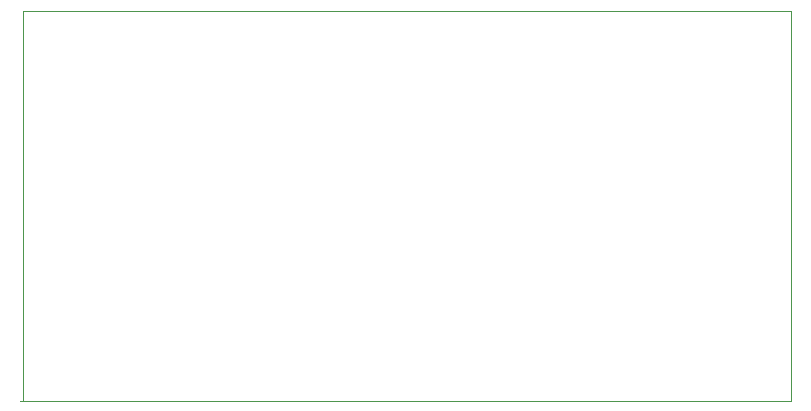
<source format=gbr>
G04 #@! TF.FileFunction,Profile,NP*
%FSLAX46Y46*%
G04 Gerber Fmt 4.6, Leading zero omitted, Abs format (unit mm)*
G04 Created by KiCad (PCBNEW 4.0.7) date 04/27/20 15:33:10*
%MOMM*%
%LPD*%
G01*
G04 APERTURE LIST*
%ADD10C,0.100000*%
G04 APERTURE END LIST*
D10*
X102362000Y-114554000D02*
X102108000Y-114554000D01*
X102362000Y-81534000D02*
X102362000Y-114554000D01*
X167386000Y-81534000D02*
X102362000Y-81534000D01*
X167386000Y-114554000D02*
X167386000Y-81534000D01*
X102362000Y-114554000D02*
X167386000Y-114554000D01*
M02*

</source>
